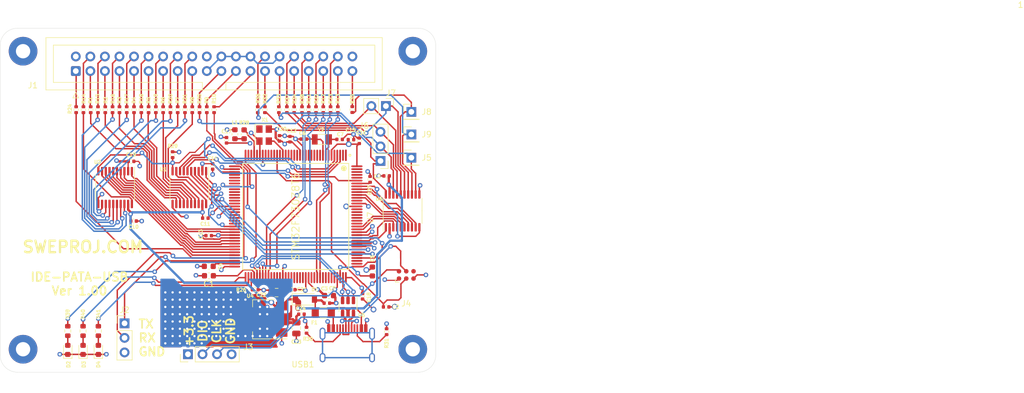
<source format=kicad_pcb>
(kicad_pcb (version 20221018) (generator pcbnew)

  (general
    (thickness 1.6)
  )

  (paper "A4")
  (title_block
    (date "2022-11-21")
  )

  (layers
    (0 "F.Cu" signal)
    (1 "In1.Cu" signal)
    (2 "In2.Cu" signal)
    (31 "B.Cu" signal)
    (32 "B.Adhes" user "B.Adhesive")
    (33 "F.Adhes" user "F.Adhesive")
    (34 "B.Paste" user)
    (35 "F.Paste" user)
    (36 "B.SilkS" user "B.Silkscreen")
    (37 "F.SilkS" user "F.Silkscreen")
    (38 "B.Mask" user)
    (39 "F.Mask" user)
    (40 "Dwgs.User" user "User.Drawings")
    (41 "Cmts.User" user "User.Comments")
    (42 "Eco1.User" user "User.Eco1")
    (43 "Eco2.User" user "User.Eco2")
    (44 "Edge.Cuts" user)
    (45 "Margin" user)
    (46 "B.CrtYd" user "B.Courtyard")
    (47 "F.CrtYd" user "F.Courtyard")
    (48 "B.Fab" user)
    (49 "F.Fab" user)
  )

  (setup
    (stackup
      (layer "F.SilkS" (type "Top Silk Screen"))
      (layer "F.Paste" (type "Top Solder Paste"))
      (layer "F.Mask" (type "Top Solder Mask") (thickness 0.01))
      (layer "F.Cu" (type "copper") (thickness 0.035))
      (layer "dielectric 1" (type "core") (thickness 0.48) (material "FR4") (epsilon_r 4.5) (loss_tangent 0.02))
      (layer "In1.Cu" (type "copper") (thickness 0.035))
      (layer "dielectric 2" (type "prepreg") (thickness 0.48) (material "FR4") (epsilon_r 4.5) (loss_tangent 0.02))
      (layer "In2.Cu" (type "copper") (thickness 0.035))
      (layer "dielectric 3" (type "core") (thickness 0.48) (material "FR4") (epsilon_r 4.5) (loss_tangent 0.02))
      (layer "B.Cu" (type "copper") (thickness 0.035))
      (layer "B.Mask" (type "Bottom Solder Mask") (thickness 0.01))
      (layer "B.Paste" (type "Bottom Solder Paste"))
      (layer "B.SilkS" (type "Bottom Silk Screen"))
      (copper_finish "None")
      (dielectric_constraints no)
    )
    (pad_to_mask_clearance 0)
    (pcbplotparams
      (layerselection 0x00010fc_ffffffff)
      (plot_on_all_layers_selection 0x0000000_00000000)
      (disableapertmacros false)
      (usegerberextensions true)
      (usegerberattributes false)
      (usegerberadvancedattributes false)
      (creategerberjobfile false)
      (dashed_line_dash_ratio 12.000000)
      (dashed_line_gap_ratio 3.000000)
      (svgprecision 6)
      (plotframeref false)
      (viasonmask false)
      (mode 1)
      (useauxorigin false)
      (hpglpennumber 1)
      (hpglpenspeed 20)
      (hpglpendiameter 15.000000)
      (dxfpolygonmode true)
      (dxfimperialunits true)
      (dxfusepcbnewfont true)
      (psnegative false)
      (psa4output false)
      (plotreference true)
      (plotvalue false)
      (plotinvisibletext false)
      (sketchpadsonfab false)
      (subtractmaskfromsilk true)
      (outputformat 1)
      (mirror false)
      (drillshape 0)
      (scaleselection 1)
      (outputdirectory "out/")
    )
  )

  (net 0 "")
  (net 1 "GND")
  (net 2 "Net-(U7A-VCAP_1)")
  (net 3 "Net-(U7A-VCAP_2)")
  (net 4 "Net-(U7B-PC15)")
  (net 5 "Net-(U7B-PC14)")
  (net 6 "Net-(D2-A)")
  (net 7 "Net-(D3-A)")
  (net 8 "Net-(D4-A)")
  (net 9 "Net-(U5-VBUS)")
  (net 10 "Net-(J1-Pin_1)")
  (net 11 "Net-(J1-Pin_3)")
  (net 12 "Net-(J1-Pin_4)")
  (net 13 "Net-(J1-Pin_5)")
  (net 14 "Net-(J1-Pin_6)")
  (net 15 "Net-(J1-Pin_7)")
  (net 16 "Net-(J1-Pin_8)")
  (net 17 "Net-(J1-Pin_9)")
  (net 18 "Net-(J1-Pin_10)")
  (net 19 "Net-(J1-Pin_11)")
  (net 20 "Net-(J1-Pin_12)")
  (net 21 "Net-(J1-Pin_13)")
  (net 22 "Net-(J1-Pin_14)")
  (net 23 "Net-(J1-Pin_15)")
  (net 24 "Net-(J1-Pin_16)")
  (net 25 "Net-(J1-Pin_17)")
  (net 26 "/CS0")
  (net 27 "/DD1A")
  (net 28 "/DD3A")
  (net 29 "/OE")
  (net 30 "/DD4A")
  (net 31 "/DD6A")
  (net 32 "+3V3")
  (net 33 "/DD5A")
  (net 34 "/DD2A")
  (net 35 "/DD0A")
  (net 36 "/DIOW")
  (net 37 "/CS1")
  (net 38 "/DA2")
  (net 39 "/DA0")
  (net 40 "/DD14A")
  (net 41 "/DD12A")
  (net 42 "/DD10A")
  (net 43 "/DD8A")
  (net 44 "/DIOR")
  (net 45 "/DD7A")
  (net 46 "/DD9A")
  (net 47 "/DD11A")
  (net 48 "/DD13A")
  (net 49 "/DD15A")
  (net 50 "/RESET")
  (net 51 "/DA1")
  (net 52 "/DD7B")
  (net 53 "/DD6B")
  (net 54 "/DD5B")
  (net 55 "/DD4B")
  (net 56 "/DD3B")
  (net 57 "/DD2B")
  (net 58 "/DD1B")
  (net 59 "/DD0B")
  (net 60 "/DD8B")
  (net 61 "/DD9B")
  (net 62 "/DD10B")
  (net 63 "/DD11B")
  (net 64 "/DD12B")
  (net 65 "/DD13B")
  (net 66 "/DD14B")
  (net 67 "/DD15B")
  (net 68 "+5V")
  (net 69 "/nRST")
  (net 70 "Net-(J1-Pin_18)")
  (net 71 "unconnected-(J1-Pin_20-Pad20)")
  (net 72 "Net-(J1-Pin_21)")
  (net 73 "Net-(J1-Pin_23)")
  (net 74 "USB_POWER")
  (net 75 "Net-(J1-Pin_25)")
  (net 76 "/SWDIO")
  (net 77 "/SWCLK")
  (net 78 "Net-(J1-Pin_27)")
  (net 79 "Net-(L1-Pad2)")
  (net 80 "Net-(J1-Pin_28)")
  (net 81 "Net-(J1-Pin_29)")
  (net 82 "Net-(J1-Pin_31)")
  (net 83 "Net-(J1-Pin_32)")
  (net 84 "Net-(J1-Pin_33)")
  (net 85 "Net-(J1-Pin_34)")
  (net 86 "Net-(J1-Pin_35)")
  (net 87 "Net-(J1-Pin_36)")
  (net 88 "Net-(J1-Pin_37)")
  (net 89 "Net-(J1-Pin_38)")
  (net 90 "Net-(J1-Pin_39)")
  (net 91 "/UART_TX")
  (net 92 "/UART_RX")
  (net 93 "unconnected-(J4-Pin_6-Pad6)")
  (net 94 "Net-(U7A-BOOT0)")
  (net 95 "Net-(U7A-VDDA)")
  (net 96 "Net-(USB1-CC1)")
  (net 97 "Net-(USB1-CC2)")
  (net 98 "Net-(USB1-DP1)")
  (net 99 "Net-(USB1-DN1)")
  (net 100 "unconnected-(U7C-PE2-Pad1)")
  (net 101 "unconnected-(U7C-PE3-Pad2)")
  (net 102 "unconnected-(U7B-PC13-Pad7)")
  (net 103 "unconnected-(U7C-PF0-Pad10)")
  (net 104 "unconnected-(U7C-PF1-Pad11)")
  (net 105 "unconnected-(U7C-PF2-Pad12)")
  (net 106 "unconnected-(U7C-PF3-Pad13)")
  (net 107 "unconnected-(U7C-PF4-Pad14)")
  (net 108 "unconnected-(U7C-PF5-Pad15)")
  (net 109 "/USB-")
  (net 110 "/USB+")
  (net 111 "unconnected-(U7C-PF6-Pad18)")
  (net 112 "unconnected-(U7C-PF7-Pad19)")
  (net 113 "unconnected-(U7C-PF8-Pad20)")
  (net 114 "unconnected-(U7C-PF9-Pad21)")
  (net 115 "unconnected-(U7C-PF10-Pad22)")
  (net 116 "Net-(U7C-PH0)")
  (net 117 "unconnected-(U7C-PH1-Pad24)")
  (net 118 "unconnected-(U7B-PC0-Pad26)")
  (net 119 "unconnected-(U7B-PC1-Pad27)")
  (net 120 "unconnected-(U7B-PC2-Pad28)")
  (net 121 "unconnected-(U7B-PC3-Pad29)")
  (net 122 "unconnected-(U7A-VREF+-Pad32)")
  (net 123 "unconnected-(H1-Pad1)")
  (net 124 "unconnected-(H2-Pad1)")
  (net 125 "unconnected-(H3-Pad1)")
  (net 126 "unconnected-(H4-Pad1)")
  (net 127 "/IORDYB")
  (net 128 "/CSELB")
  (net 129 "/DMACKB")
  (net 130 "/INTRQB")
  (net 131 "/IOCS16B")
  (net 132 "/PDIAGB")
  (net 133 "/ACTB")
  (net 134 "/DMARQB")
  (net 135 "/ACTA")
  (net 136 "/CSELA")
  (net 137 "/IOCS16A")
  (net 138 "/PDIAGA")
  (net 139 "/DMARQA")
  (net 140 "/INTRQA")
  (net 141 "unconnected-(U7B-PA0-Pad34)")
  (net 142 "unconnected-(U7B-PA1-Pad35)")
  (net 143 "Net-(U7A-VDD12OTGHS)")
  (net 144 "Net-(U7A-OTG_HS_REXT)")
  (net 145 "unconnected-(U7B-PD11-Pad82)")
  (net 146 "unconnected-(U7B-PD12-Pad83)")
  (net 147 "unconnected-(U7B-PD13-Pad84)")
  (net 148 "unconnected-(U7B-PD14-Pad87)")
  (net 149 "/IORDYA")
  (net 150 "/DMACKA")
  (net 151 "/OE2")
  (net 152 "unconnected-(U7B-PD15-Pad88)")
  (net 153 "unconnected-(U7C-PG2-Pad89)")
  (net 154 "unconnected-(U7C-PG3-Pad90)")
  (net 155 "/LED1")
  (net 156 "/LED2")
  (net 157 "/LED3")
  (net 158 "unconnected-(U7C-PG4-Pad91)")
  (net 159 "unconnected-(U7C-PG5-Pad92)")
  (net 160 "unconnected-(U7C-PG8-Pad93)")
  (net 161 "unconnected-(U7B-PC6-Pad96)")
  (net 162 "unconnected-(U7B-PC7-Pad97)")
  (net 163 "unconnected-(U7B-PA8-Pad100)")
  (net 164 "unconnected-(U7B-PA9-Pad101)")
  (net 165 "unconnected-(U7B-PA10-Pad102)")
  (net 166 "unconnected-(U7B-PA11-Pad103)")
  (net 167 "unconnected-(U7B-PA12-Pad104)")
  (net 168 "unconnected-(U7B-PA4-Pad40)")
  (net 169 "unconnected-(U7B-PA5-Pad41)")
  (net 170 "unconnected-(U7B-PA6-Pad42)")
  (net 171 "unconnected-(U7B-PA7-Pad43)")
  (net 172 "unconnected-(U7B-PC5-Pad45)")
  (net 173 "unconnected-(U7B-PB0-Pad46)")
  (net 174 "unconnected-(U7B-PB1-Pad47)")
  (net 175 "unconnected-(U7B-PB2-Pad48)")
  (net 176 "unconnected-(U7C-PF11-Pad49)")
  (net 177 "unconnected-(U7C-PF12-Pad50)")
  (net 178 "unconnected-(U7C-PF13-Pad53)")
  (net 179 "unconnected-(U7C-PF14-Pad54)")
  (net 180 "unconnected-(U7C-PF15-Pad55)")
  (net 181 "unconnected-(U7C-PG0-Pad56)")
  (net 182 "unconnected-(U7C-PG1-Pad57)")
  (net 183 "unconnected-(U7B-PA15-Pad110)")
  (net 184 "unconnected-(U7B-PC10-Pad111)")
  (net 185 "unconnected-(U7B-PC12-Pad113)")
  (net 186 "unconnected-(U7C-PG9-Pad124)")
  (net 187 "unconnected-(U7C-PG10-Pad125)")
  (net 188 "unconnected-(U7C-PG11-Pad126)")
  (net 189 "unconnected-(U7C-PG12-Pad127)")
  (net 190 "unconnected-(U7C-PG13-Pad128)")
  (net 191 "unconnected-(U7C-PG14-Pad129)")
  (net 192 "unconnected-(U7C-PG15-Pad132)")
  (net 193 "unconnected-(U7B-PB9-Pad140)")
  (net 194 "unconnected-(U7C-PE0-Pad141)")
  (net 195 "unconnected-(U7C-PE1-Pad142)")
  (net 196 "unconnected-(U7A-PDR_ON-Pad143)")
  (net 197 "unconnected-(USB1-SBU2-Pad3)")
  (net 198 "unconnected-(USB1-SBU1-Pad9)")
  (net 199 "unconnected-(USB1-SHIELD-Pad13)")
  (net 200 "unconnected-(X1-Tri-State-Pad1)")

  (footprint "Connector_IDC:IDC-Header_2x20_P2.54mm_Vertical" (layer "F.Cu") (at 68.199 93.4625 90))

  (footprint "Resistor_SMD:R_0402_1005Metric" (layer "F.Cu") (at 70.801457 100.205 -90))

  (footprint "Resistor_SMD:R_0402_1005Metric" (layer "F.Cu") (at 73.341457 100.205 -90))

  (footprint "Resistor_SMD:R_0402_1005Metric" (layer "F.Cu") (at 75.819 100.203 -90))

  (footprint "Resistor_SMD:R_0402_1005Metric" (layer "F.Cu") (at 78.359 100.203 -90))

  (footprint "Resistor_SMD:R_0402_1005Metric" (layer "F.Cu") (at 80.899 100.203 -90))

  (footprint "Resistor_SMD:R_0402_1005Metric" (layer "F.Cu") (at 83.439 100.203 -90))

  (footprint "Resistor_SMD:R_0402_1005Metric" (layer "F.Cu") (at 85.979 100.203 -90))

  (footprint "Resistor_SMD:R_0402_1005Metric" (layer "F.Cu") (at 88.519 100.203 -90))

  (footprint "Resistor_SMD:R_0402_1005Metric" (layer "F.Cu") (at 91.059 100.203 -90))

  (footprint "Resistor_SMD:R_0402_1005Metric" (layer "F.Cu") (at 92.329 100.203 -90))

  (footprint "Resistor_SMD:R_0402_1005Metric" (layer "F.Cu") (at 108.839 100.203 -90))

  (footprint "Resistor_SMD:R_0402_1005Metric" (layer "F.Cu") (at 111.379 100.203 -90))

  (footprint "Resistor_SMD:R_0402_1005Metric" (layer "F.Cu") (at 113.919 100.203 -90))

  (footprint "Resistor_SMD:R_0402_1005Metric" (layer "F.Cu") (at 69.531457 100.205 90))

  (footprint "Resistor_SMD:R_0402_1005Metric" (layer "F.Cu") (at 72.071457 100.205 90))

  (footprint "Resistor_SMD:R_0402_1005Metric" (layer "F.Cu") (at 74.611457 100.205 90))

  (footprint "Resistor_SMD:R_0402_1005Metric" (layer "F.Cu") (at 77.089 100.203 90))

  (footprint "Resistor_SMD:R_0402_1005Metric" (layer "F.Cu") (at 79.629 100.203 90))

  (footprint "Resistor_SMD:R_0402_1005Metric" (layer "F.Cu") (at 82.169 100.203 90))

  (footprint "Resistor_SMD:R_0402_1005Metric" (layer "F.Cu") (at 84.709 100.203 90))

  (footprint "Resistor_SMD:R_0402_1005Metric" (layer "F.Cu") (at 87.249 100.203 90))

  (footprint "Resistor_SMD:R_0402_1005Metric" (layer "F.Cu") (at 110.109 100.203 90))

  (footprint "Resistor_SMD:R_0402_1005Metric" (layer "F.Cu") (at 112.649 100.203 90))

  (footprint "Resistor_SMD:R_0402_1005Metric" (layer "F.Cu") (at 68.261457 100.203 -90))

  (footprint "Package_SO:TSSOP-20_4.4x6.5mm_P0.65mm" (layer "F.Cu") (at 88.011 113.792 -90))

  (footprint "Package_SO:TSSOP-20_4.4x6.5mm_P0.65mm" (layer "F.Cu") (at 75.057 113.792 -90))

  (footprint "Connector_PinHeader_2.54mm:PinHeader_1x01_P2.54mm_Vertical" (layer "F.Cu") (at 126.746 108.585))

  (footprint "Connector_PinHeader_2.54mm:PinHeader_1x01_P2.54mm_Vertical" (layer "F.Cu") (at 126.746 100.584))

  (footprint "Connector_PinHeader_2.54mm:PinHeader_1x01_P2.54mm_Vertical" (layer "F.Cu") (at 126.746 104.521))

  (footprint "Connector_PinHeader_2.54mm:PinHeader_1x03_P2.54mm_Vertical" (layer "F.Cu") (at 121.3612 109.1438 180))

  (footprint "Connector_PinHeader_2.54mm:PinHeader_1x02_P2.54mm_Vertical" (layer "F.Cu") (at 122.306 99.568 -90))

  (footprint "Capacitor_SMD:C_0402_1005Metric" (layer "F.Cu") (at 103.74 105.21 90))

  (footprint "Resistor_SMD:R_0402_1005Metric" (layer "F.Cu") (at 85.09 108.0516 90))

  (footprint "MountingHole:MountingHole_2.5mm_Pad_TopBottom" (layer "F.Cu") (at 127 142))

  (footprint "Capacitor_SMD:C_0402_1005Metric" (layer "F.Cu") (at 78.2828 119.634))

  (footprint "Diode_SMD:D_SOD-123" (layer "F.Cu") (at 108.19 133.29))

  (footprint "Resistor_SMD:R_0402_1005Metric" (layer "F.Cu") (at 106.299 100.203 -90))

  (footprint "Capacitor_SMD:C_0402_1005Metric" (layer "F.Cu") (at 91.39 122.18))

  (footprint "Capacitor_SMD:C_0805_2012Metric" (layer "F.Cu") (at 103.24 132.11 180))

  (footprint "Capacitor_SMD:C_0603_1608Metric" (layer "F.Cu") (at 112.385 132.64))

  (footprint "LED_SMD:LED_0603_1608Metric" (layer "F.Cu") (at 72.136 142.113 90))

  (footprint "Resistor_SMD:R_0402_1005Metric" (layer "F.Cu") (at 107.6706 100.203 90))

  (footprint "Resistor_SMD:R_0603_1608Metric" (layer "F.Cu") (at 72.136 138.811 90))

  (footprint "Resistor_SMD:R_0603_1608Metric" (layer "F.Cu") (at 69.469 138.811 90))

  (footprint "Resistor_SMD:R_0402_1005Metric" (layer "F.Cu") (at 105.029 100.203 90))

  (footprint "MountingHole:MountingHole_2.5mm_Pad_TopBottom" (layer "F.Cu") (at 59 90))

  (footprint "Resistor_SMD:R_0402_1005Metric" (layer "F.Cu") (at 99.5 131.59))

  (footprint "Capacitor_SMD:C_0402_1005Metric" (layer "F.Cu") (at 118.23 132.76 -90))

  (footprint "Capacitor_SMD:C_0402_1005Metric" (layer "F.Cu") (at 94.5 105.54 90))

  (footprint "Connector_PinHeader_2.54mm:PinHeader_1x03_P2.54mm_Vertical" (layer "F.Cu")
    (tstamp 52be1196-0de4-429e-bc8f-fbe1a64d70be)
    (at 76.708 137.4775)
    (descr "Through hole straight pin head
... [913343 chars truncated]
</source>
